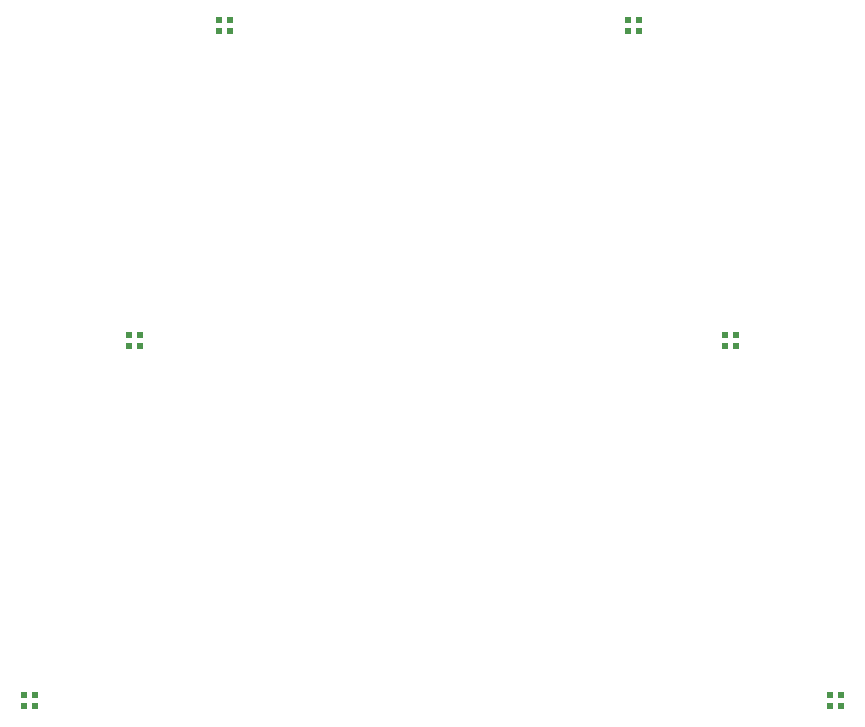
<source format=gbr>
G04 #@! TF.GenerationSoftware,KiCad,Pcbnew,(5.0.2)-1*
G04 #@! TF.CreationDate,2020-06-10T19:39:01-05:00*
G04 #@! TF.ProjectId,Top_Hardware,546f705f-4861-4726-9477-6172652e6b69,rev?*
G04 #@! TF.SameCoordinates,Original*
G04 #@! TF.FileFunction,Paste,Bot*
G04 #@! TF.FilePolarity,Positive*
%FSLAX46Y46*%
G04 Gerber Fmt 4.6, Leading zero omitted, Abs format (unit mm)*
G04 Created by KiCad (PCBNEW (5.0.2)-1) date 6/10/2020 7:39:01 PM*
%MOMM*%
%LPD*%
G01*
G04 APERTURE LIST*
%ADD10R,0.550000X0.550000*%
G04 APERTURE END LIST*
D10*
G04 #@! TO.C,D2*
X107635000Y-125410000D03*
X108585000Y-125410000D03*
X107635000Y-124460000D03*
X108585000Y-124460000D03*
G04 #@! TD*
G04 #@! TO.C,D4*
X116525000Y-94930000D03*
X117475000Y-94930000D03*
X116525000Y-93980000D03*
X117475000Y-93980000D03*
G04 #@! TD*
G04 #@! TO.C,D6*
X124145000Y-68260000D03*
X125095000Y-68260000D03*
X124145000Y-67310000D03*
X125095000Y-67310000D03*
G04 #@! TD*
G04 #@! TO.C,D8*
X159700000Y-68260000D03*
X159700000Y-67310000D03*
X158750000Y-68260000D03*
X158750000Y-67310000D03*
G04 #@! TD*
G04 #@! TO.C,D10*
X167955000Y-94930000D03*
X167955000Y-93980000D03*
X167005000Y-94930000D03*
X167005000Y-93980000D03*
G04 #@! TD*
G04 #@! TO.C,D12*
X176845000Y-125410000D03*
X176845000Y-124460000D03*
X175895000Y-125410000D03*
X175895000Y-124460000D03*
G04 #@! TD*
M02*

</source>
